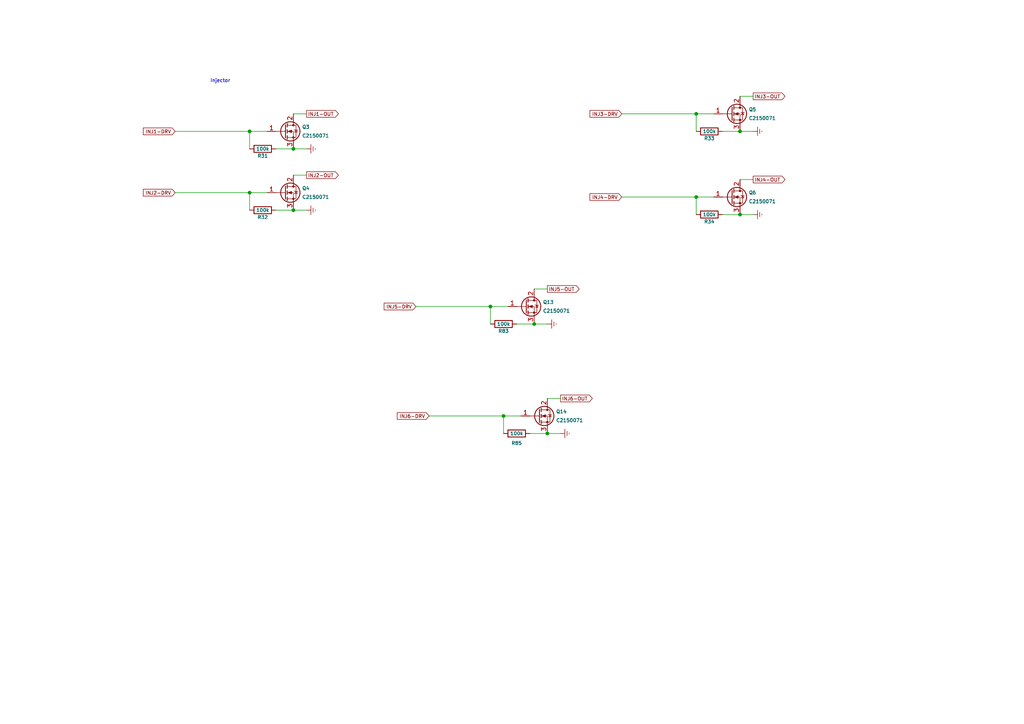
<source format=kicad_sch>
(kicad_sch (version 20231120) (generator "eeschema") (generator_version "8.0")
  (paper "A4")
  (lib_symbols
    (symbol "Device:Q_NMOS_GDS" (pin_names (offset 0) hide)
      (property "Reference" "Q" (at 5.08 1.27 0))
      (property "Value" "Q_NMOS_GDS" (at 5.08 -1.27 0))
      (symbol "Q_NMOS_GDS_0_1"
        (polyline (pts (xy 0.254 0) (xy -2.54 0)))
        (polyline (pts (xy 0.254 1.905) (xy 0.254 -1.905)) (stroke (width 0.254)))
        (polyline (pts (xy 0.762 -1.27) (xy 0.762 -2.286)) (stroke (width 0.254)))
        (polyline (pts (xy 0.762 0.508) (xy 0.762 -0.508)) (stroke (width 0.254)))
        (polyline (pts (xy 0.762 2.286) (xy 0.762 1.27)) (stroke (width 0.254)))
        (polyline (pts (xy 2.54 2.54) (xy 2.54 1.778)))
        (polyline (pts (xy 2.54 -2.54) (xy 2.54 0) (xy 0.762 0)))
        (polyline (pts (xy 0.762 -1.778) (xy 3.302 -1.778) (xy 3.302 1.778) (xy 0.762 1.778)))
        (polyline (pts (xy 1.016 0) (xy 2.032 0.381) (xy 2.032 -0.381) (xy 1.016 0)) (fill (type outline)))
        (polyline (pts (xy 2.794 0.508) (xy 2.921 0.381) (xy 3.683 0.381) (xy 3.81 0.254)))
        (polyline (pts (xy 3.302 0.381) (xy 2.921 -0.254) (xy 3.683 -0.254) (xy 3.302 0.381)))
        (circle (center 1.651 0) (radius 2.794) (stroke (width 0.254)))
        (circle (center 2.54 -1.778) (radius 0.254) (fill (type outline)))
        (circle (center 2.54 1.778) (radius 0.254) (fill (type outline)))
      )
      (symbol "Q_NMOS_GDS_1_1"
        (pin input line (at -5.08 0 0) (length 2.54) (name "G") (number "1"))
        (pin passive line (at 2.54 5.08 270) (length 2.54) (name "D") (number "2"))
        (pin passive line (at 2.54 -5.08 90) (length 2.54) (name "S") (number "3"))
      )
    )
    (symbol "Device:R" (pin_numbers hide) (pin_names (offset 0))
      (property "Reference" "R" (at 2.032 0 90))
      (property "Value" "R" (at 0 0 90))
      (symbol "R_0_1"
        (rectangle (start -1.016 -2.54) (end 1.016 2.54) (stroke (width 0.254)))
      )
      (symbol "R_1_1"
        (pin passive line (at 0 3.81 270) (length 1.27) (name "~") (number "1"))
        (pin passive line (at 0 -3.81 90) (length 1.27) (name "~") (number "2"))
      )
    )
    (symbol "power:Earth" (power) (pin_names (offset 0))
      (symbol "Earth_0_1"
        (polyline (pts (xy -0.635 -1.905) (xy 0.635 -1.905)))
        (polyline (pts (xy -0.127 -2.54) (xy 0.127 -2.54)))
        (polyline (pts (xy 0 -1.27) (xy 0 0)))
        (polyline (pts (xy 1.27 -1.27) (xy -1.27 -1.27)))
      )
      (symbol "Earth_1_1"
        (pin power_in line (at 0 0 270) (length 0) hide (name "Earth") (number "1"))
      )
    )
  )
  (junction (at 201.93 57.15))
  (junction (at 158.75 125.73))
  (junction (at 72.39 55.88))
  (junction (at 85.09 43.18))
  (junction (at 146.05 120.65))
  (junction (at 201.93 33.02))
  (junction (at 154.94 93.98))
  (junction (at 214.63 38.1))
  (junction (at 85.09 60.96))
  (junction (at 72.39 38.1))
  (junction (at 142.24 88.9))
  (junction (at 214.63 62.23))
  (wire (pts (xy 201.93 57.15) (xy 207.01 57.15)))
  (wire (pts (xy 214.63 52.07) (xy 218.44 52.07)))
  (wire (pts (xy 201.93 62.23) (xy 201.93 57.15)))
  (wire (pts (xy 142.24 93.98) (xy 142.24 88.9)))
  (wire (pts (xy 201.93 38.1) (xy 201.93 33.02)))
  (wire (pts (xy 214.63 38.1) (xy 209.55 38.1)))
  (wire (pts (xy 162.56 125.73) (xy 158.75 125.73)))
  (wire (pts (xy 85.09 60.96) (xy 80.01 60.96)))
  (wire (pts (xy 142.24 88.9) (xy 147.32 88.9)))
  (wire (pts (xy 85.09 43.18) (xy 80.01 43.18)))
  (wire (pts (xy 158.75 115.57) (xy 162.56 115.57)))
  (wire (pts (xy 72.39 38.1) (xy 77.47 38.1)))
  (wire (pts (xy 120.65 88.9) (xy 142.24 88.9)))
  (wire (pts (xy 88.9 43.18) (xy 85.09 43.18)))
  (wire (pts (xy 146.05 120.65) (xy 151.13 120.65)))
  (wire (pts (xy 72.39 60.96) (xy 72.39 55.88)))
  (wire (pts (xy 180.34 57.15) (xy 201.93 57.15)))
  (wire (pts (xy 72.39 43.18) (xy 72.39 38.1)))
  (wire (pts (xy 88.9 60.96) (xy 85.09 60.96)))
  (wire (pts (xy 158.75 125.73) (xy 153.67 125.73)))
  (wire (pts (xy 154.94 83.82) (xy 158.75 83.82)))
  (wire (pts (xy 158.75 93.98) (xy 154.94 93.98)))
  (wire (pts (xy 218.44 62.23) (xy 214.63 62.23)))
  (wire (pts (xy 180.34 33.02) (xy 201.93 33.02)))
  (wire (pts (xy 146.05 125.73) (xy 146.05 120.65)))
  (wire (pts (xy 214.63 27.94) (xy 218.44 27.94)))
  (wire (pts (xy 201.93 33.02) (xy 207.01 33.02)))
  (wire (pts (xy 85.09 50.8) (xy 88.9 50.8)))
  (wire (pts (xy 124.46 120.65) (xy 146.05 120.65)))
  (wire (pts (xy 214.63 62.23) (xy 209.55 62.23)))
  (wire (pts (xy 218.44 38.1) (xy 214.63 38.1)))
  (wire (pts (xy 154.94 93.98) (xy 149.86 93.98)))
  (wire (pts (xy 50.8 38.1) (xy 72.39 38.1)))
  (wire (pts (xy 50.8 55.88) (xy 72.39 55.88)))
  (wire (pts (xy 72.39 55.88) (xy 77.47 55.88)))
  (wire (pts (xy 85.09 33.02) (xy 88.9 33.02)))
  (text "Injector" (at 60.96 24.13 0) (effects (font (size 1 1)) (justify left bottom)))
  (global_label "INJ1-DRV" (shape input) (at 50.8 38.1 180) (effects (font (size 1 1))) (property "Intersheetrefs" "${INTERSHEET_REFS}" (effects (hide yes))))
  (global_label "INJ2-DRV" (shape input) (at 50.8 55.88 180) (effects (font (size 1 1))) (property "Intersheetrefs" "${INTERSHEET_REFS}" (effects (hide yes))))
  (global_label "INJ1-OUT" (shape output) (at 88.9 33.02 0) (effects (font (size 1 1))) (property "Intersheetrefs" "${INTERSHEET_REFS}" (effects (hide yes))))
  (global_label "INJ5-OUT" (shape output) (at 158.75 83.82 0) (effects (font (size 1 1))) (property "Intersheetrefs" "${INTERSHEET_REFS}" (effects (hide yes))))
  (global_label "INJ6-OUT" (shape output) (at 162.56 115.57 0) (effects (font (size 1 1))) (property "Intersheetrefs" "${INTERSHEET_REFS}" (effects (hide yes))))
  (global_label "INJ3-OUT" (shape output) (at 218.44 27.94 0) (effects (font (size 1 1))) (property "Intersheetrefs" "${INTERSHEET_REFS}" (effects (hide yes))))
  (global_label "INJ6-DRV" (shape input) (at 124.46 120.65 180) (effects (font (size 1 1))) (property "Intersheetrefs" "${INTERSHEET_REFS}" (effects (hide yes))))
  (global_label "INJ3-DRV" (shape input) (at 180.34 33.02 180) (effects (font (size 1 1))) (property "Intersheetrefs" "${INTERSHEET_REFS}" (effects (hide yes))))
  (global_label "INJ4-DRV" (shape input) (at 180.34 57.15 180) (effects (font (size 1 1))) (property "Intersheetrefs" "${INTERSHEET_REFS}" (effects (hide yes))))
  (global_label "INJ4-OUT" (shape output) (at 218.44 52.07 0) (effects (font (size 1 1))) (property "Intersheetrefs" "${INTERSHEET_REFS}" (effects (hide yes))))
  (global_label "INJ5-DRV" (shape input) (at 120.65 88.9 180) (effects (font (size 1 1))) (property "Intersheetrefs" "${INTERSHEET_REFS}" (effects (hide yes))))
  (global_label "INJ2-OUT" (shape output) (at 88.9 50.8 0) (effects (font (size 1 1))) (property "Intersheetrefs" "${INTERSHEET_REFS}" (effects (hide yes))))
  (symbol (lib_id "Device:R") (at 205.74 38.1 270) (unit 1)
    (property "Reference" "R33" (at 205.74 40.132 90) (effects (font (size 1 1))))
    (property "Value" "100k" (at 205.74 38.1 90) (effects (font (size 1 1))))
    (property "Footprint" "easyeda2kicad:R0603" (effects (hide yes)))
    (property "MPN" "C25803" (effects (hide yes)))
    (property "LCSC" "C25803" (effects (hide yes)))
    (property "Rot" "0" (effects (hide yes)))
  )
  (symbol (lib_id "power:Earth") (at 158.75 93.98 90) (unit 1)
    (property "Reference" "#PWR021" (effects (hide yes)))
    (property "Value" "Earth" (effects (hide yes)))
  )
  (symbol (lib_id "Device:Q_NMOS_GDS") (at 82.55 38.1 0) (unit 1)
    (property "Reference" "Q3" (at 87.63 36.83 0) (effects (font (size 1 1)) (justify left)))
    (property "Value" "C2150071" (at 87.63 39.37 0) (effects (font (size 1 1)) (justify left)))
    (property "Footprint" "easyeda2kicad:TO-252-2_L6.5-W6.2-P4.57-LS10.0-BR-CW" (effects (hide yes)))
    (property "MPN" "C2150071" (effects (hide yes)))
    (property "LCSC" "C2150071" (effects (hide yes)))
    (property "Rot" "0" (effects (hide yes)))
  )
  (symbol (lib_id "Device:R") (at 149.86 125.73 270) (unit 1)
    (property "Reference" "R85" (at 149.86 128.524 90) (effects (font (size 1 1))))
    (property "Value" "100k" (at 149.86 125.73 90) (effects (font (size 1 1))))
    (property "Footprint" "easyeda2kicad:R0603" (effects (hide yes)))
    (property "MPN" "C25803" (effects (hide yes)))
    (property "LCSC" "C25803" (effects (hide yes)))
    (property "Rot" "0" (effects (hide yes)))
  )
  (symbol (lib_id "power:Earth") (at 88.9 43.18 90) (unit 1)
    (property "Reference" "#PWR016" (effects (hide yes)))
    (property "Value" "Earth" (effects (hide yes)))
  )
  (symbol (lib_id "power:Earth") (at 88.9 60.96 90) (unit 1)
    (property "Reference" "#PWR017" (effects (hide yes)))
    (property "Value" "Earth" (effects (hide yes)))
  )
  (symbol (lib_id "Device:Q_NMOS_GDS") (at 82.55 55.88 0) (unit 1)
    (property "Reference" "Q4" (at 87.63 54.61 0) (effects (font (size 1 1)) (justify left)))
    (property "Value" "C2150071" (at 87.63 57.15 0) (effects (font (size 1 1)) (justify left)))
    (property "Footprint" "easyeda2kicad:TO-252-2_L6.5-W6.2-P4.57-LS10.0-BR-CW" (effects (hide yes)))
    (property "MPN" "C2150071" (effects (hide yes)))
    (property "LCSC" "C2150071" (effects (hide yes)))
    (property "Rot" "0" (effects (hide yes)))
  )
  (symbol (lib_id "Device:R") (at 76.2 43.18 270) (unit 1)
    (property "Reference" "R31" (at 76.2 45.212 90) (effects (font (size 1 1))))
    (property "Value" "100k" (at 76.2 43.18 90) (effects (font (size 1 1))))
    (property "Footprint" "easyeda2kicad:R0603" (effects (hide yes)))
    (property "MPN" "C25803" (effects (hide yes)))
    (property "LCSC" "C25803" (effects (hide yes)))
    (property "Rot" "0" (effects (hide yes)))
  )
  (symbol (lib_id "Device:R") (at 146.05 93.98 270) (unit 1)
    (property "Reference" "R83" (at 146.05 96.012 90) (effects (font (size 1 1))))
    (property "Value" "100k" (at 146.05 93.98 90) (effects (font (size 1 1))))
    (property "Footprint" "easyeda2kicad:R0603" (effects (hide yes)))
    (property "MPN" "C25803" (effects (hide yes)))
    (property "LCSC" "C25803" (effects (hide yes)))
    (property "Rot" "0" (effects (hide yes)))
  )
  (symbol (lib_id "power:Earth") (at 162.56 125.73 90) (unit 1)
    (property "Reference" "#PWR023" (effects (hide yes)))
    (property "Value" "Earth" (effects (hide yes)))
  )
  (symbol (lib_id "Device:Q_NMOS_GDS") (at 212.09 57.15 0) (unit 1)
    (property "Reference" "Q6" (at 217.17 55.88 0) (effects (font (size 1 1)) (justify left)))
    (property "Value" "C2150071" (at 217.17 58.42 0) (effects (font (size 1 1)) (justify left)))
    (property "Footprint" "easyeda2kicad:TO-252-2_L6.5-W6.2-P4.57-LS10.0-BR-CW" (effects (hide yes)))
    (property "MPN" "C2150071" (effects (hide yes)))
    (property "LCSC" "C2150071" (effects (hide yes)))
    (property "Rot" "0" (effects (hide yes)))
  )
  (symbol (lib_id "Device:R") (at 76.2 60.96 270) (unit 1)
    (property "Reference" "R32" (at 76.2 62.992 90) (effects (font (size 1 1))))
    (property "Value" "100k" (at 76.2 60.96 90) (effects (font (size 1 1))))
    (property "Footprint" "easyeda2kicad:R0603" (effects (hide yes)))
    (property "MPN" "C25803" (effects (hide yes)))
    (property "LCSC" "C25803" (effects (hide yes)))
    (property "Rot" "0" (effects (hide yes)))
  )
  (symbol (lib_id "power:Earth") (at 218.44 62.23 90) (unit 1)
    (property "Reference" "#PWR019" (effects (hide yes)))
    (property "Value" "Earth" (effects (hide yes)))
  )
  (symbol (lib_id "power:Earth") (at 218.44 38.1 90) (unit 1)
    (property "Reference" "#PWR018" (effects (hide yes)))
    (property "Value" "Earth" (effects (hide yes)))
  )
  (symbol (lib_id "Device:Q_NMOS_GDS") (at 212.09 33.02 0) (unit 1)
    (property "Reference" "Q5" (at 217.17 31.75 0) (effects (font (size 1 1)) (justify left)))
    (property "Value" "C2150071" (at 217.17 34.29 0) (effects (font (size 1 1)) (justify left)))
    (property "Footprint" "easyeda2kicad:TO-252-2_L6.5-W6.2-P4.57-LS10.0-BR-CW" (effects (hide yes)))
    (property "MPN" "C2150071" (effects (hide yes)))
    (property "LCSC" "C2150071" (effects (hide yes)))
    (property "Rot" "0" (effects (hide yes)))
  )
  (symbol (lib_id "Device:Q_NMOS_GDS") (at 156.21 120.65 0) (unit 1)
    (property "Reference" "Q14" (at 161.29 119.38 0) (effects (font (size 1 1)) (justify left)))
    (property "Value" "C2150071" (at 161.29 121.92 0) (effects (font (size 1 1)) (justify left)))
    (property "Footprint" "easyeda2kicad:TO-252-2_L6.5-W6.2-P4.57-LS10.0-BR-CW" (effects (hide yes)))
    (property "MPN" "C2150071" (effects (hide yes)))
    (property "LCSC" "C2150071" (effects (hide yes)))
    (property "Rot" "0" (effects (hide yes)))
  )
  (symbol (lib_id "Device:Q_NMOS_GDS") (at 152.4 88.9 0) (unit 1)
    (property "Reference" "Q13" (at 157.48 87.63 0) (effects (font (size 1 1)) (justify left)))
    (property "Value" "C2150071" (at 157.48 90.17 0) (effects (font (size 1 1)) (justify left)))
    (property "Footprint" "easyeda2kicad:TO-252-2_L6.5-W6.2-P4.57-LS10.0-BR-CW" (effects (hide yes)))
    (property "MPN" "C2150071" (effects (hide yes)))
    (property "LCSC" "C2150071" (effects (hide yes)))
    (property "Rot" "0" (effects (hide yes)))
  )
  (symbol (lib_id "Device:R") (at 205.74 62.23 270) (unit 1)
    (property "Reference" "R34" (at 205.74 64.262 90) (effects (font (size 1 1))))
    (property "Value" "100k" (at 205.74 62.23 90) (effects (font (size 1 1))))
    (property "Footprint" "easyeda2kicad:R0603" (effects (hide yes)))
    (property "MPN" "C25803" (effects (hide yes)))
    (property "LCSC" "C25803" (effects (hide yes)))
    (property "Rot" "0" (effects (hide yes)))
  )
)
</source>
